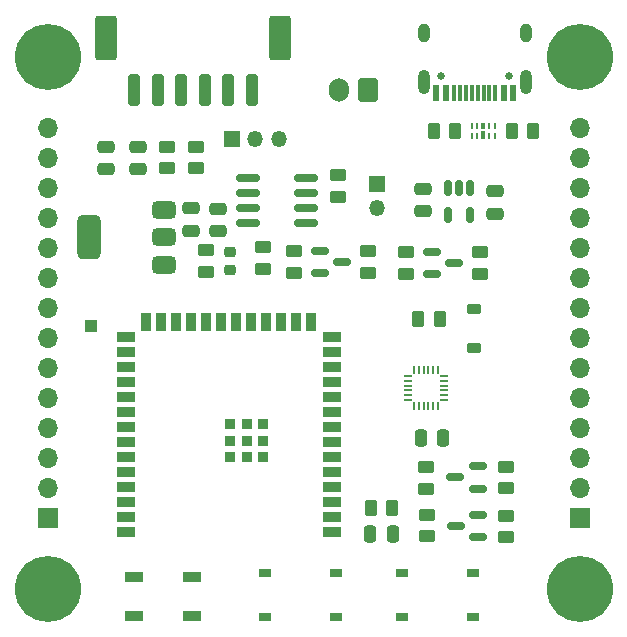
<source format=gbr>
%TF.GenerationSoftware,KiCad,Pcbnew,7.0.11*%
%TF.CreationDate,2024-04-21T20:12:22+02:00*%
%TF.ProjectId,cyberboard,63796265-7262-46f6-9172-642e6b696361,rev?*%
%TF.SameCoordinates,Original*%
%TF.FileFunction,Soldermask,Top*%
%TF.FilePolarity,Negative*%
%FSLAX46Y46*%
G04 Gerber Fmt 4.6, Leading zero omitted, Abs format (unit mm)*
G04 Created by KiCad (PCBNEW 7.0.11) date 2024-04-21 20:12:22*
%MOMM*%
%LPD*%
G01*
G04 APERTURE LIST*
G04 Aperture macros list*
%AMRoundRect*
0 Rectangle with rounded corners*
0 $1 Rounding radius*
0 $2 $3 $4 $5 $6 $7 $8 $9 X,Y pos of 4 corners*
0 Add a 4 corners polygon primitive as box body*
4,1,4,$2,$3,$4,$5,$6,$7,$8,$9,$2,$3,0*
0 Add four circle primitives for the rounded corners*
1,1,$1+$1,$2,$3*
1,1,$1+$1,$4,$5*
1,1,$1+$1,$6,$7*
1,1,$1+$1,$8,$9*
0 Add four rect primitives between the rounded corners*
20,1,$1+$1,$2,$3,$4,$5,0*
20,1,$1+$1,$4,$5,$6,$7,0*
20,1,$1+$1,$6,$7,$8,$9,0*
20,1,$1+$1,$8,$9,$2,$3,0*%
G04 Aperture macros list end*
%ADD10RoundRect,0.250000X-0.475000X0.250000X-0.475000X-0.250000X0.475000X-0.250000X0.475000X0.250000X0*%
%ADD11RoundRect,0.375000X0.625000X0.375000X-0.625000X0.375000X-0.625000X-0.375000X0.625000X-0.375000X0*%
%ADD12RoundRect,0.500000X0.500000X1.400000X-0.500000X1.400000X-0.500000X-1.400000X0.500000X-1.400000X0*%
%ADD13RoundRect,0.250000X-0.262500X-0.450000X0.262500X-0.450000X0.262500X0.450000X-0.262500X0.450000X0*%
%ADD14RoundRect,0.250000X0.250000X1.100000X-0.250000X1.100000X-0.250000X-1.100000X0.250000X-1.100000X0*%
%ADD15RoundRect,0.250000X0.650000X1.650000X-0.650000X1.650000X-0.650000X-1.650000X0.650000X-1.650000X0*%
%ADD16RoundRect,0.250000X-0.450000X0.262500X-0.450000X-0.262500X0.450000X-0.262500X0.450000X0.262500X0*%
%ADD17R,1.000000X0.750000*%
%ADD18R,1.000000X1.000000*%
%ADD19RoundRect,0.150000X0.587500X0.150000X-0.587500X0.150000X-0.587500X-0.150000X0.587500X-0.150000X0*%
%ADD20RoundRect,0.225000X0.375000X-0.225000X0.375000X0.225000X-0.375000X0.225000X-0.375000X-0.225000X0*%
%ADD21R,0.655599X0.204000*%
%ADD22R,0.204000X0.655599*%
%ADD23R,1.700000X1.700000*%
%ADD24O,1.700000X1.700000*%
%ADD25RoundRect,0.150000X-0.587500X-0.150000X0.587500X-0.150000X0.587500X0.150000X-0.587500X0.150000X0*%
%ADD26C,5.600000*%
%ADD27RoundRect,0.150000X-0.825000X-0.150000X0.825000X-0.150000X0.825000X0.150000X-0.825000X0.150000X0*%
%ADD28RoundRect,0.250000X0.450000X-0.262500X0.450000X0.262500X-0.450000X0.262500X-0.450000X-0.262500X0*%
%ADD29R,1.350000X1.350000*%
%ADD30O,1.350000X1.350000*%
%ADD31RoundRect,0.250000X0.600000X0.750000X-0.600000X0.750000X-0.600000X-0.750000X0.600000X-0.750000X0*%
%ADD32O,1.700000X2.000000*%
%ADD33R,1.500000X0.900000*%
%ADD34RoundRect,0.218750X-0.256250X0.218750X-0.256250X-0.218750X0.256250X-0.218750X0.256250X0.218750X0*%
%ADD35RoundRect,0.250000X-0.250000X-0.475000X0.250000X-0.475000X0.250000X0.475000X-0.250000X0.475000X0*%
%ADD36RoundRect,0.250000X0.262500X0.450000X-0.262500X0.450000X-0.262500X-0.450000X0.262500X-0.450000X0*%
%ADD37RoundRect,0.250000X0.250000X0.475000X-0.250000X0.475000X-0.250000X-0.475000X0.250000X-0.475000X0*%
%ADD38R,0.900000X1.500000*%
%ADD39R,0.900000X0.900000*%
%ADD40C,0.650000*%
%ADD41R,0.600000X1.450000*%
%ADD42R,0.300000X1.450000*%
%ADD43O,1.000000X2.100000*%
%ADD44O,1.000000X1.600000*%
%ADD45R,0.250000X0.625000*%
%ADD46R,0.450000X0.700000*%
%ADD47R,0.450000X0.575000*%
%ADD48RoundRect,0.150000X-0.150000X0.512500X-0.150000X-0.512500X0.150000X-0.512500X0.150000X0.512500X0*%
G04 APERTURE END LIST*
D10*
%TO.C,C3*%
X130655000Y-92201252D03*
X130655000Y-94101252D03*
%TD*%
D11*
%TO.C,U1*%
X126096000Y-92331750D03*
D12*
X119796000Y-94631750D03*
D11*
X126096000Y-94631750D03*
X126096000Y-96931750D03*
%TD*%
D13*
%TO.C,R1*%
X143633500Y-117531750D03*
X145458500Y-117531750D03*
%TD*%
D14*
%TO.C,J3*%
X133573000Y-82189002D03*
X131573000Y-82189002D03*
X129573000Y-82189002D03*
X127573000Y-82189002D03*
X125573000Y-82189002D03*
X123573000Y-82189002D03*
D15*
X135923000Y-77739002D03*
X121223000Y-77739002D03*
%TD*%
D16*
%TO.C,R3*%
X134523000Y-95476502D03*
X134523000Y-97301502D03*
%TD*%
D17*
%TO.C,RESET1*%
X152261000Y-126788002D03*
X146261000Y-126788002D03*
X152261000Y-123038002D03*
X146261000Y-123038002D03*
%TD*%
D16*
%TO.C,R10*%
X128793000Y-86950502D03*
X128793000Y-88775502D03*
%TD*%
%TO.C,R16*%
X143401000Y-95783002D03*
X143401000Y-97608002D03*
%TD*%
D18*
%TO.C,TP2*%
X119946000Y-102131750D03*
%TD*%
D19*
%TO.C,Q1*%
X152693500Y-120031750D03*
X152693500Y-118131750D03*
X150818500Y-119081750D03*
%TD*%
D20*
%TO.C,D3*%
X152396000Y-103981750D03*
X152396000Y-100681750D03*
%TD*%
D13*
%TO.C,R4*%
X155551000Y-85631750D03*
X157376000Y-85631750D03*
%TD*%
D21*
%TO.C,U5*%
X146779400Y-106383001D03*
X146779400Y-106783003D03*
X146779400Y-107183002D03*
X146779400Y-107583002D03*
X146779400Y-107983001D03*
X146779400Y-108383003D03*
D22*
X147300999Y-108904602D03*
X147701001Y-108904602D03*
X148101000Y-108904602D03*
X148501000Y-108904602D03*
X148900999Y-108904602D03*
X149301001Y-108904602D03*
D21*
X149822600Y-108383003D03*
X149822600Y-107983001D03*
X149822600Y-107583002D03*
X149822600Y-107183002D03*
X149822600Y-106783003D03*
X149822600Y-106383001D03*
D22*
X149301001Y-105861402D03*
X148900999Y-105861402D03*
X148501000Y-105861402D03*
X148101000Y-105861402D03*
X147701001Y-105861402D03*
X147300999Y-105861402D03*
%TD*%
D23*
%TO.C,J8*%
X161301000Y-118383002D03*
D24*
X161301000Y-115843002D03*
X161301000Y-113303002D03*
X161301000Y-110763002D03*
X161301000Y-108223002D03*
X161301000Y-105683002D03*
X161301000Y-103143002D03*
X161301000Y-100603002D03*
X161301000Y-98063002D03*
X161301000Y-95523002D03*
X161301000Y-92983002D03*
X161301000Y-90443002D03*
X161301000Y-87903002D03*
X161301000Y-85363002D03*
%TD*%
D19*
%TO.C,Q2*%
X152673500Y-115911750D03*
X152673500Y-114011750D03*
X150798500Y-114961750D03*
%TD*%
D25*
%TO.C,Q3*%
X139356000Y-95765502D03*
X139356000Y-97665502D03*
X141231000Y-96715502D03*
%TD*%
D26*
%TO.C,H4*%
X116301000Y-124383002D03*
%TD*%
D27*
%TO.C,U2*%
X138148000Y-89634002D03*
X138148000Y-90904002D03*
X138148000Y-92174002D03*
X138148000Y-93444002D03*
X133198000Y-93444002D03*
X133198000Y-92174002D03*
X133198000Y-90904002D03*
X133198000Y-89634002D03*
%TD*%
D28*
%TO.C,R13*%
X148326000Y-115894250D03*
X148326000Y-114069250D03*
%TD*%
D29*
%TO.C,JP1*%
X131851000Y-86283002D03*
D30*
X133851000Y-86283002D03*
X135851000Y-86283002D03*
%TD*%
D28*
%TO.C,R19*%
X148396000Y-119944250D03*
X148396000Y-118119250D03*
%TD*%
D31*
%TO.C,J1*%
X143423000Y-82139002D03*
D32*
X140923000Y-82139002D03*
%TD*%
D16*
%TO.C,R9*%
X126393000Y-86950502D03*
X126393000Y-88775502D03*
%TD*%
D33*
%TO.C,D1*%
X123601000Y-123403002D03*
X123601000Y-126703002D03*
X128501000Y-126703002D03*
X128501000Y-123403002D03*
%TD*%
D16*
%TO.C,R18*%
X137121000Y-95783002D03*
X137121000Y-97608002D03*
%TD*%
D13*
%TO.C,R11*%
X147648500Y-101563002D03*
X149473500Y-101563002D03*
%TD*%
D34*
%TO.C,D2*%
X131696000Y-95844250D03*
X131696000Y-97419250D03*
%TD*%
D35*
%TO.C,C5*%
X147871000Y-111631750D03*
X149771000Y-111631750D03*
%TD*%
D10*
%TO.C,C4*%
X128446000Y-92181750D03*
X128446000Y-94081750D03*
%TD*%
%TO.C,C13*%
X154123000Y-90739002D03*
X154123000Y-92639002D03*
%TD*%
D23*
%TO.C,J4*%
X116301000Y-118383002D03*
D24*
X116301000Y-115843002D03*
X116301000Y-113303002D03*
X116301000Y-110763002D03*
X116301000Y-108223002D03*
X116301000Y-105683002D03*
X116301000Y-103143002D03*
X116301000Y-100603002D03*
X116301000Y-98063002D03*
X116301000Y-95523002D03*
X116301000Y-92983002D03*
X116301000Y-90443002D03*
X116301000Y-87903002D03*
X116301000Y-85363002D03*
%TD*%
D17*
%TO.C,ACTION1*%
X140651000Y-126793002D03*
X134651000Y-126793002D03*
X140651000Y-123043002D03*
X134651000Y-123043002D03*
%TD*%
D36*
%TO.C,R5*%
X150785500Y-85631750D03*
X148960500Y-85631750D03*
%TD*%
D28*
%TO.C,R12*%
X155106000Y-120024250D03*
X155106000Y-118199250D03*
%TD*%
D10*
%TO.C,C12*%
X148023000Y-90539002D03*
X148023000Y-92439002D03*
%TD*%
D29*
%TO.C,JP3*%
X144123000Y-90139002D03*
D30*
X144123000Y-92139002D03*
%TD*%
D28*
%TO.C,R14*%
X155076000Y-115864250D03*
X155076000Y-114039250D03*
%TD*%
D26*
%TO.C,H2*%
X161301000Y-124383002D03*
%TD*%
D37*
%TO.C,C1*%
X145496000Y-119781750D03*
X143596000Y-119781750D03*
%TD*%
D26*
%TO.C,H3*%
X161301000Y-79383002D03*
%TD*%
D10*
%TO.C,C6*%
X121193000Y-86963002D03*
X121193000Y-88863002D03*
%TD*%
D16*
%TO.C,R8*%
X129696000Y-95719250D03*
X129696000Y-97544250D03*
%TD*%
D33*
%TO.C,U6*%
X140373000Y-119559002D03*
X140373000Y-118289002D03*
X140373000Y-117019002D03*
X140373000Y-115749002D03*
X140373000Y-114479002D03*
X140373000Y-113209002D03*
X140373000Y-111939002D03*
X140373000Y-110669002D03*
X140373000Y-109399002D03*
X140373000Y-108129002D03*
X140373000Y-106859002D03*
X140373000Y-105589002D03*
X140373000Y-104319002D03*
X140373000Y-103049002D03*
D38*
X138608000Y-101799002D03*
X137338000Y-101799002D03*
X136068000Y-101799002D03*
X134798000Y-101799002D03*
X133528000Y-101799002D03*
X132258000Y-101799002D03*
X130988000Y-101799002D03*
X129718000Y-101799002D03*
X128448000Y-101799002D03*
X127178000Y-101799002D03*
X125908000Y-101799002D03*
X124638000Y-101799002D03*
D33*
X122873000Y-103049002D03*
X122873000Y-104319002D03*
X122873000Y-105589002D03*
X122873000Y-106859002D03*
X122873000Y-108129002D03*
X122873000Y-109399002D03*
X122873000Y-110669002D03*
X122873000Y-111939002D03*
X122873000Y-113209002D03*
X122873000Y-114479002D03*
X122873000Y-115749002D03*
X122873000Y-117019002D03*
X122873000Y-118289002D03*
X122873000Y-119559002D03*
D39*
X134523000Y-113239002D03*
X134523000Y-111839002D03*
X134523000Y-110439002D03*
X133123000Y-113239002D03*
X133123000Y-111839002D03*
X133123000Y-110439002D03*
X131723000Y-113239002D03*
X131723000Y-111839002D03*
X131723000Y-110439002D03*
%TD*%
D25*
%TO.C,Q5*%
X148773500Y-95853002D03*
X148773500Y-97753002D03*
X150648500Y-96803002D03*
%TD*%
D26*
%TO.C,H1*%
X116301000Y-79383002D03*
%TD*%
D16*
%TO.C,R17*%
X146571000Y-95890502D03*
X146571000Y-97715502D03*
%TD*%
D40*
%TO.C,J2*%
X155313000Y-80939002D03*
X149533000Y-80939002D03*
D41*
X155673000Y-82384002D03*
X154873000Y-82384002D03*
D42*
X153673000Y-82384002D03*
X152673000Y-82384002D03*
X152173000Y-82384002D03*
X151173000Y-82384002D03*
D41*
X149973000Y-82384002D03*
X149173000Y-82384002D03*
X149173000Y-82384002D03*
X149973000Y-82384002D03*
D42*
X150673000Y-82384002D03*
X151673000Y-82384002D03*
X153173000Y-82384002D03*
X154173000Y-82384002D03*
D41*
X154873000Y-82384002D03*
X155673000Y-82384002D03*
D43*
X156743000Y-81469002D03*
D44*
X156743000Y-77289002D03*
D43*
X148103000Y-81469002D03*
D44*
X148103000Y-77289002D03*
%TD*%
D45*
%TO.C,U3*%
X152163000Y-86019250D03*
X152663000Y-86019250D03*
D46*
X153163000Y-85981750D03*
D45*
X153663000Y-86019250D03*
X154163000Y-86019250D03*
X154163000Y-85244250D03*
X153663000Y-85244250D03*
D47*
X153163000Y-85219250D03*
D45*
X152663000Y-85244250D03*
X152163000Y-85244250D03*
%TD*%
D48*
%TO.C,U7*%
X152033000Y-90431502D03*
X151083000Y-90431502D03*
X150133000Y-90431502D03*
X150133000Y-92706502D03*
X152033000Y-92706502D03*
%TD*%
D16*
%TO.C,R20*%
X152911000Y-95910502D03*
X152911000Y-97735502D03*
%TD*%
D10*
%TO.C,C2*%
X123893000Y-86963002D03*
X123893000Y-88863002D03*
%TD*%
D16*
%TO.C,R2*%
X140823000Y-89376502D03*
X140823000Y-91201502D03*
%TD*%
M02*

</source>
